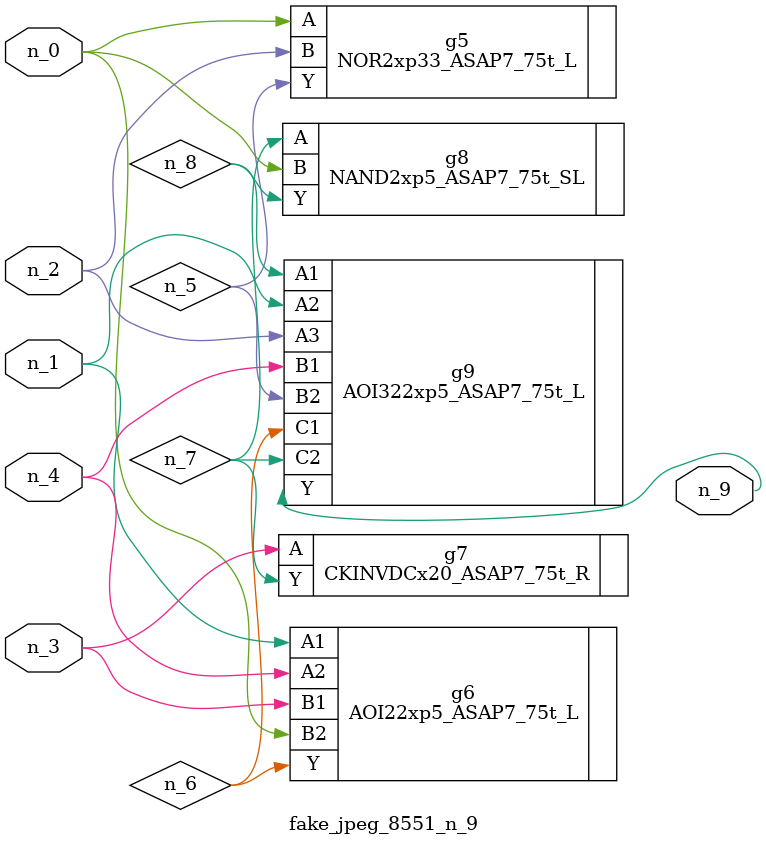
<source format=v>
module fake_jpeg_8551_n_9 (n_3, n_2, n_1, n_0, n_4, n_9);

input n_3;
input n_2;
input n_1;
input n_0;
input n_4;

output n_9;

wire n_8;
wire n_6;
wire n_5;
wire n_7;

NOR2xp33_ASAP7_75t_L g5 ( 
.A(n_0),
.B(n_2),
.Y(n_5)
);

AOI22xp5_ASAP7_75t_L g6 ( 
.A1(n_1),
.A2(n_4),
.B1(n_3),
.B2(n_0),
.Y(n_6)
);

CKINVDCx20_ASAP7_75t_R g7 ( 
.A(n_3),
.Y(n_7)
);

NAND2xp5_ASAP7_75t_SL g8 ( 
.A(n_7),
.B(n_0),
.Y(n_8)
);

AOI322xp5_ASAP7_75t_L g9 ( 
.A1(n_8),
.A2(n_1),
.A3(n_2),
.B1(n_4),
.B2(n_5),
.C1(n_6),
.C2(n_7),
.Y(n_9)
);


endmodule
</source>
